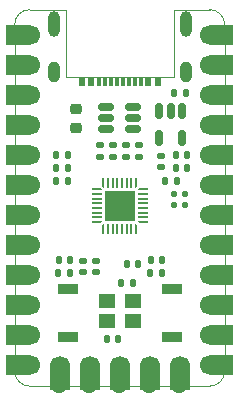
<source format=gts>
G04 #@! TF.GenerationSoftware,KiCad,Pcbnew,8.0.0*
G04 #@! TF.CreationDate,2024-04-25T20:32:51+07:00*
G04 #@! TF.ProjectId,artemisia,61727465-6d69-4736-9961-2e6b69636164,2*
G04 #@! TF.SameCoordinates,Original*
G04 #@! TF.FileFunction,Soldermask,Top*
G04 #@! TF.FilePolarity,Negative*
%FSLAX46Y46*%
G04 Gerber Fmt 4.6, Leading zero omitted, Abs format (unit mm)*
G04 Created by KiCad (PCBNEW 8.0.0) date 2024-04-25 20:32:51*
%MOMM*%
%LPD*%
G01*
G04 APERTURE LIST*
G04 Aperture macros list*
%AMRoundRect*
0 Rectangle with rounded corners*
0 $1 Rounding radius*
0 $2 $3 $4 $5 $6 $7 $8 $9 X,Y pos of 4 corners*
0 Add a 4 corners polygon primitive as box body*
4,1,4,$2,$3,$4,$5,$6,$7,$8,$9,$2,$3,0*
0 Add four circle primitives for the rounded corners*
1,1,$1+$1,$2,$3*
1,1,$1+$1,$4,$5*
1,1,$1+$1,$6,$7*
1,1,$1+$1,$8,$9*
0 Add four rect primitives between the rounded corners*
20,1,$1+$1,$2,$3,$4,$5,0*
20,1,$1+$1,$4,$5,$6,$7,0*
20,1,$1+$1,$6,$7,$8,$9,0*
20,1,$1+$1,$8,$9,$2,$3,0*%
%AMFreePoly0*
4,1,14,0.314644,0.085355,0.385355,0.014644,0.400000,-0.020711,0.400000,-0.050000,0.385355,-0.085355,0.350000,-0.100000,-0.350000,-0.100000,-0.385355,-0.085355,-0.400000,-0.050000,-0.400000,0.050000,-0.385355,0.085355,-0.350000,0.100000,0.279289,0.100000,0.314644,0.085355,0.314644,0.085355,$1*%
%AMFreePoly1*
4,1,14,0.385355,0.085355,0.400000,0.050000,0.400000,0.020711,0.385355,-0.014644,0.314644,-0.085355,0.279289,-0.100000,-0.350000,-0.100000,-0.385355,-0.085355,-0.400000,-0.050000,-0.400000,0.050000,-0.385355,0.085355,-0.350000,0.100000,0.350000,0.100000,0.385355,0.085355,0.385355,0.085355,$1*%
%AMFreePoly2*
4,1,14,0.085355,0.385355,0.100000,0.350000,0.100000,-0.350000,0.085355,-0.385355,0.050000,-0.400000,-0.050000,-0.400000,-0.085355,-0.385355,-0.100000,-0.350000,-0.100000,0.279289,-0.085355,0.314644,-0.014644,0.385355,0.020711,0.400000,0.050000,0.400000,0.085355,0.385355,0.085355,0.385355,$1*%
%AMFreePoly3*
4,1,14,0.014644,0.385355,0.085355,0.314644,0.100000,0.279289,0.100000,-0.350000,0.085355,-0.385355,0.050000,-0.400000,-0.050000,-0.400000,-0.085355,-0.385355,-0.100000,-0.350000,-0.100000,0.350000,-0.085355,0.385355,-0.050000,0.400000,-0.020711,0.400000,0.014644,0.385355,0.014644,0.385355,$1*%
%AMFreePoly4*
4,1,14,0.385355,0.085355,0.400000,0.050000,0.400000,-0.050000,0.385355,-0.085355,0.350000,-0.100000,-0.279289,-0.100000,-0.314644,-0.085355,-0.385355,-0.014644,-0.400000,0.020711,-0.400000,0.050000,-0.385355,0.085355,-0.350000,0.100000,0.350000,0.100000,0.385355,0.085355,0.385355,0.085355,$1*%
%AMFreePoly5*
4,1,14,0.385355,0.085355,0.400000,0.050000,0.400000,-0.050000,0.385355,-0.085355,0.350000,-0.100000,-0.350000,-0.100000,-0.385355,-0.085355,-0.400000,-0.050000,-0.400000,-0.020711,-0.385355,0.014644,-0.314644,0.085355,-0.279289,0.100000,0.350000,0.100000,0.385355,0.085355,0.385355,0.085355,$1*%
%AMFreePoly6*
4,1,14,0.085355,0.385355,0.100000,0.350000,0.100000,-0.279289,0.085355,-0.314644,0.014644,-0.385355,-0.020711,-0.400000,-0.050000,-0.400000,-0.085355,-0.385355,-0.100000,-0.350000,-0.100000,0.350000,-0.085355,0.385355,-0.050000,0.400000,0.050000,0.400000,0.085355,0.385355,0.085355,0.385355,$1*%
%AMFreePoly7*
4,1,14,0.085355,0.385355,0.100000,0.350000,0.100000,-0.350000,0.085355,-0.385355,0.050000,-0.400000,0.020711,-0.400000,-0.014644,-0.385355,-0.085355,-0.314644,-0.100000,-0.279289,-0.100000,0.350000,-0.085355,0.385355,-0.050000,0.400000,0.050000,0.400000,0.085355,0.385355,0.085355,0.385355,$1*%
G04 Aperture macros list end*
%ADD10FreePoly0,90.000000*%
%ADD11RoundRect,0.050000X0.050000X-0.350000X0.050000X0.350000X-0.050000X0.350000X-0.050000X-0.350000X0*%
%ADD12FreePoly1,90.000000*%
%ADD13FreePoly2,90.000000*%
%ADD14RoundRect,0.050000X0.350000X-0.050000X0.350000X0.050000X-0.350000X0.050000X-0.350000X-0.050000X0*%
%ADD15FreePoly3,90.000000*%
%ADD16FreePoly4,90.000000*%
%ADD17FreePoly5,90.000000*%
%ADD18FreePoly6,90.000000*%
%ADD19FreePoly7,90.000000*%
%ADD20R,2.650000X2.650000*%
%ADD21C,1.260000*%
%ADD22C,1.700000*%
%ADD23R,1.700000X2.000000*%
%ADD24R,2.000000X1.700000*%
%ADD25RoundRect,0.140000X-0.140000X-0.170000X0.140000X-0.170000X0.140000X0.170000X-0.140000X0.170000X0*%
%ADD26RoundRect,0.135000X-0.135000X-0.185000X0.135000X-0.185000X0.135000X0.185000X-0.135000X0.185000X0*%
%ADD27RoundRect,0.135000X0.135000X0.185000X-0.135000X0.185000X-0.135000X-0.185000X0.135000X-0.185000X0*%
%ADD28RoundRect,0.140000X0.140000X0.170000X-0.140000X0.170000X-0.140000X-0.170000X0.140000X-0.170000X0*%
%ADD29RoundRect,0.150000X-0.512500X-0.150000X0.512500X-0.150000X0.512500X0.150000X-0.512500X0.150000X0*%
%ADD30RoundRect,0.140000X0.170000X-0.140000X0.170000X0.140000X-0.170000X0.140000X-0.170000X-0.140000X0*%
%ADD31R,0.600000X0.800000*%
%ADD32R,0.300000X0.800000*%
%ADD33O,1.000000X2.200000*%
%ADD34O,1.000000X1.800000*%
%ADD35R,1.700000X0.900000*%
%ADD36RoundRect,0.150000X-0.150000X0.512500X-0.150000X-0.512500X0.150000X-0.512500X0.150000X0.512500X0*%
%ADD37RoundRect,0.218750X-0.256250X0.218750X-0.256250X-0.218750X0.256250X-0.218750X0.256250X0.218750X0*%
%ADD38RoundRect,0.140000X-0.170000X0.140000X-0.170000X-0.140000X0.170000X-0.140000X0.170000X0.140000X0*%
%ADD39RoundRect,0.125000X0.125000X-0.125000X0.125000X0.125000X-0.125000X0.125000X-0.125000X-0.125000X0*%
%ADD40R,1.400000X1.200000*%
%ADD41RoundRect,0.135000X0.185000X-0.135000X0.185000X0.135000X-0.185000X0.135000X-0.185000X-0.135000X0*%
%ADD42RoundRect,0.135000X-0.185000X0.135000X-0.185000X-0.135000X0.185000X-0.135000X0.185000X0.135000X0*%
%ADD43RoundRect,0.147500X0.147500X0.172500X-0.147500X0.172500X-0.147500X-0.172500X0.147500X-0.172500X0*%
G04 #@! TA.AperFunction,Profile*
%ADD44C,0.100000*%
G04 #@! TD*
G04 APERTURE END LIST*
D10*
X7490000Y-18550000D03*
D11*
X7890000Y-18550000D03*
X8290000Y-18550000D03*
X8690000Y-18550000D03*
X9090000Y-18550000D03*
X9490000Y-18550000D03*
X9890000Y-18550000D03*
D12*
X10290000Y-18550000D03*
D13*
X10840000Y-18000000D03*
D14*
X10840000Y-17600000D03*
X10840000Y-17200000D03*
X10840000Y-16800000D03*
X10840000Y-16400000D03*
X10840000Y-16000000D03*
X10840000Y-15600000D03*
D15*
X10840000Y-15200000D03*
D16*
X10290000Y-14650000D03*
D11*
X9890000Y-14650000D03*
X9490000Y-14650000D03*
X9090000Y-14650000D03*
X8690000Y-14650000D03*
X8290000Y-14650000D03*
X7890000Y-14650000D03*
D17*
X7490000Y-14650000D03*
D18*
X6940000Y-15200000D03*
D14*
X6940000Y-15600000D03*
X6940000Y-16000000D03*
X6940000Y-16400000D03*
X6940000Y-16800000D03*
X6940000Y-17200000D03*
X6940000Y-17600000D03*
D19*
X6940000Y-18000000D03*
D20*
X8890000Y-16600000D03*
D21*
X3780000Y-31862500D03*
D22*
X3810000Y-30162500D03*
D23*
X3810000Y-31162500D03*
D21*
X6320000Y-31862500D03*
D22*
X6350000Y-30162500D03*
D23*
X6350000Y-31162500D03*
D21*
X8860000Y-31862500D03*
D22*
X8890000Y-30162500D03*
D23*
X8890000Y-31162500D03*
D21*
X11400000Y-31862500D03*
D22*
X11430000Y-30162500D03*
D23*
X11430000Y-31162500D03*
D21*
X13940000Y-31862500D03*
D22*
X13970000Y-30162500D03*
D23*
X13970000Y-31162500D03*
D21*
X17910000Y-2146300D03*
D22*
X16510000Y-2146300D03*
D24*
X17510000Y-2146300D03*
D21*
X17910000Y-4686300D03*
D22*
X16510000Y-4686300D03*
D24*
X17510000Y-4686300D03*
D21*
X17910000Y-7226300D03*
D22*
X16510000Y-7226300D03*
D24*
X17510000Y-7226300D03*
D21*
X17910000Y-9766300D03*
D22*
X16510000Y-9766300D03*
D24*
X17510000Y-9766300D03*
D21*
X17910000Y-12306300D03*
D22*
X16510000Y-12306300D03*
D24*
X17510000Y-12306300D03*
D21*
X17910000Y-14846300D03*
D22*
X16510000Y-14846300D03*
D24*
X17510000Y-14846300D03*
D21*
X17910000Y-17386300D03*
D22*
X16510000Y-17386300D03*
D24*
X17510000Y-17386300D03*
D21*
X17910000Y-19926300D03*
D22*
X16510000Y-19926300D03*
D24*
X17510000Y-19926300D03*
D21*
X17910000Y-22466300D03*
D22*
X16510000Y-22466300D03*
D24*
X17510000Y-22466300D03*
D21*
X17910000Y-25006300D03*
D22*
X16510000Y-25006300D03*
D24*
X17510000Y-25006300D03*
D21*
X17910000Y-27546300D03*
D22*
X16510000Y-27546300D03*
D24*
X17510000Y-27546300D03*
D21*
X17910000Y-30086300D03*
D22*
X16510000Y-30086300D03*
D24*
X17510000Y-30086300D03*
D21*
X-130000Y-2146300D03*
D22*
X1270000Y-2146300D03*
D24*
X270000Y-2146300D03*
D21*
X-130000Y-4686300D03*
D22*
X1270000Y-4686300D03*
D24*
X270000Y-4686300D03*
D21*
X-130000Y-7226300D03*
D22*
X1270000Y-7226300D03*
D24*
X270000Y-7226300D03*
D21*
X-130000Y-9766300D03*
D22*
X1270000Y-9766300D03*
D24*
X270000Y-9766300D03*
D21*
X-130000Y-12306300D03*
D22*
X1270000Y-12306300D03*
D24*
X270000Y-12306300D03*
D21*
X-130000Y-14846300D03*
D22*
X1270000Y-14846300D03*
D24*
X270000Y-14846300D03*
D21*
X-130000Y-17386300D03*
D22*
X1270000Y-17386300D03*
D24*
X270000Y-17386300D03*
D21*
X-130000Y-19926300D03*
D22*
X1270000Y-19926300D03*
D24*
X270000Y-19926300D03*
D21*
X-130000Y-22466300D03*
D22*
X1270000Y-22466300D03*
D24*
X270000Y-22466300D03*
D21*
X-130000Y-25006300D03*
D22*
X1270000Y-25006300D03*
D24*
X270000Y-25006300D03*
D21*
X-130000Y-27546300D03*
D22*
X1270000Y-27546300D03*
D24*
X270000Y-27546300D03*
D21*
X-130000Y-30086300D03*
D22*
X1270000Y-30086300D03*
D24*
X270000Y-30086300D03*
D25*
X7790000Y-27850000D03*
X8750000Y-27850000D03*
D26*
X3490000Y-12350000D03*
X4510000Y-12350000D03*
D27*
X13710000Y-14500000D03*
X12690000Y-14500000D03*
D28*
X10480000Y-21500000D03*
X9520000Y-21500000D03*
D29*
X7752500Y-8250000D03*
X7752500Y-9200000D03*
X7752500Y-10150000D03*
X10027500Y-10150000D03*
X10027500Y-9200000D03*
X10027500Y-8250000D03*
D25*
X13520000Y-7100000D03*
X14480000Y-7100000D03*
D27*
X4720000Y-22325000D03*
X3700000Y-22325000D03*
D28*
X14580000Y-12325000D03*
X13620000Y-12325000D03*
D30*
X12400000Y-13355000D03*
X12400000Y-12395000D03*
D31*
X12103000Y-6150474D03*
X11303000Y-6150474D03*
D32*
X10653000Y-6150474D03*
X10153000Y-6150474D03*
X9653000Y-6150474D03*
X9153000Y-6150474D03*
X8653000Y-6150474D03*
X8153000Y-6150474D03*
X7653000Y-6150474D03*
X7153000Y-6150474D03*
D31*
X6503000Y-6150474D03*
X5703000Y-6150474D03*
D33*
X3328000Y-1250474D03*
D34*
X3328000Y-5250474D03*
D33*
X14478000Y-1250474D03*
D34*
X14478000Y-5250474D03*
D28*
X4690000Y-21225000D03*
X3730000Y-21225000D03*
D26*
X11490000Y-22325000D03*
X12510000Y-22325000D03*
D35*
X4500000Y-23650000D03*
X4500000Y-27750000D03*
D36*
X14150000Y-8562500D03*
X13200000Y-8562500D03*
X12250000Y-8562500D03*
X12250000Y-10837500D03*
X14150000Y-10837500D03*
D37*
X5200000Y-8412500D03*
X5200000Y-9987500D03*
D35*
X13280000Y-23650000D03*
X13280000Y-27750000D03*
D38*
X5800000Y-21295000D03*
X5800000Y-22255000D03*
D25*
X9030000Y-23150000D03*
X9990000Y-23150000D03*
D39*
X14400000Y-16550000D03*
X14400000Y-15650000D03*
X13500000Y-15650000D03*
X13500000Y-16550000D03*
D25*
X13620000Y-13425000D03*
X14580000Y-13425000D03*
D30*
X6900000Y-22255000D03*
X6900000Y-21295000D03*
D40*
X9990000Y-24650000D03*
X7790000Y-24650000D03*
X7790000Y-26350000D03*
X9990000Y-26350000D03*
D41*
X8325000Y-12510000D03*
X8325000Y-11490000D03*
D25*
X11520000Y-21225000D03*
X12480000Y-21225000D03*
D42*
X7225000Y-11490000D03*
X7225000Y-12510000D03*
D43*
X4485000Y-14500000D03*
X3515000Y-14500000D03*
D41*
X9425000Y-12510000D03*
X9425000Y-11490000D03*
X10550000Y-12510000D03*
X10550000Y-11490000D03*
D26*
X3490000Y-13450000D03*
X4510000Y-13450000D03*
D44*
X0Y-1270000D02*
X0Y-30607000D01*
X16510000Y0D02*
G75*
G02*
X17780000Y-1270000I0J-1270000D01*
G01*
X13462000Y-5711600D02*
X4318000Y-5711600D01*
X1270000Y-31877000D02*
G75*
G02*
X0Y-30607000I-3J1269997D01*
G01*
X0Y-1270000D02*
G75*
G02*
X1270000Y0I1270000J0D01*
G01*
X17780000Y-1270000D02*
X17780000Y-30607000D01*
X4318000Y-5711600D02*
X4318000Y0D01*
X13462000Y0D02*
X16510000Y0D01*
X1270000Y0D02*
X4318000Y0D01*
X1270000Y-31877000D02*
X16510000Y-31877000D01*
X13462000Y0D02*
X13462000Y-5711600D01*
X17780000Y-30607000D02*
G75*
G02*
X16510000Y-31877000I-1270000J0D01*
G01*
M02*

</source>
